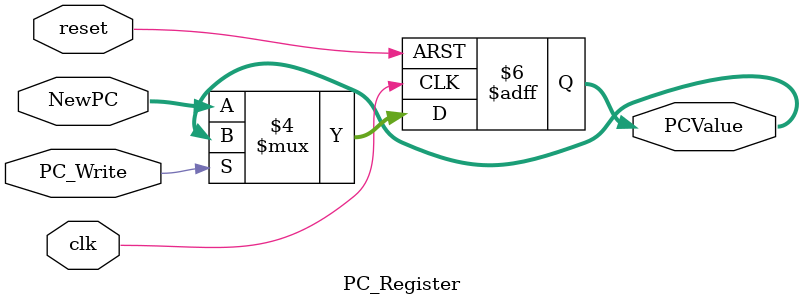
<source format=v>
/******************************************************************
* Description
*	This is a register of 32-bit that corresponds to the PC counter. 
*	This register does not have an enable signal.
* Version:
*	1.0
* Author:
*	Dr. José Luis Pizano Escalante
* email:
*	luispizano@iteso.mx
* Date:
*	01/03/2014
******************************************************************/

module PC_Register
#(
	parameter N=32
)
(
	/* ---------------------- INPUTS ----------------------*/
	input clk,
	input reset,
	input [N-1:0] NewPC,
	input PC_Write,
	
	/* ---------------------- OUTPUT ----------------------*/
	output reg [N-1:0] PCValue
);

always@(negedge reset or posedge clk) begin
	if(reset==0)
		PCValue <= 32'h0040_0000;
	else if(PC_Write != 1)
		PCValue<=NewPC;
end

endmodule
//pcreg//
</source>
